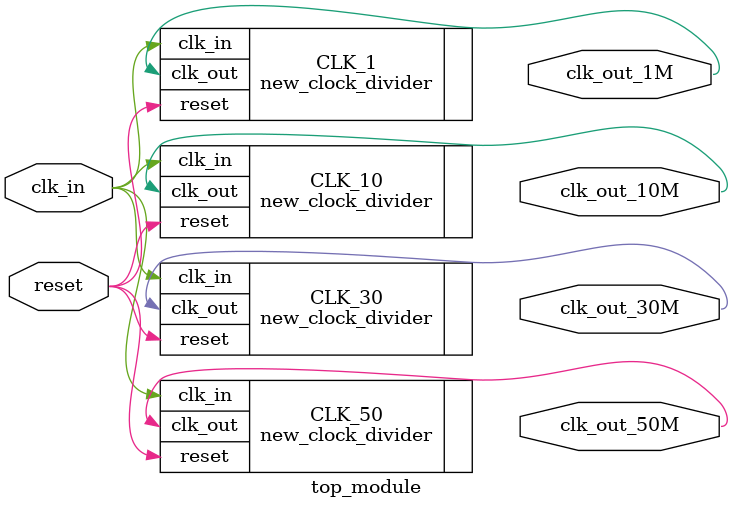
<source format=sv>
`timescale 1ns / 1ps

module top_module(
    input logic clk_in,reset,
    output logic clk_out_50M,clk_out_30M,clk_out_10M,clk_out_1M
    );
    
    // CLK_out = 50MHz / COUNTER_MAX = (100MHz / 2 * 50MHz) = 1
    new_clock_divider #(
    .FIn(100),
    .FOut(50)
    ) CLK_50 (
        .clk_in(clk_in),
        .reset(reset),
        .clk_out(clk_out_50M)
    );
    
    // CLK_out = 30MHz / COUNTER_MAX = (100MHz / 2 * 30MHz) = 1.6 ~ 2
    new_clock_divider #(
    .FIn(100),
    .FOut(25)
    ) CLK_30 (
        .clk_in(clk_in),
        .reset(reset),
        .clk_out(clk_out_30M)
    );
    
    // CLK_out = 10MHz / COUNTER_MAX = (100MHz / 2 * 10MHz) = 5
    new_clock_divider #(
    .FIn(100),
    .FOut(10)
    ) CLK_10 (
        .clk_in(clk_in),
        .reset(reset),
        .clk_out(clk_out_10M)
    );
    
    
    // CLK_out = 1MHz  / COUNTER_MAX = (100MHz / 2 * 1MHz)  = 50    
    new_clock_divider #(
    .FIn(100),
    .FOut(1)
    ) CLK_1 (
        .clk_in(clk_in),
        .reset(reset),
        .clk_out(clk_out_1M)
    );    
    
    
    /*
    // CLK_out = 50MHz / COUNTER_MAX = (100MHz / 2 * 50MHz) = 1
    clock_divider #(.COUNTER_MAX(1)
    ) CLK_50 (
        .clk_in(clk_in),
        .reset(reset),
        .clk_out(clk_out_50M)
    );
    
    // CLK_out = 30MHz / COUNTER_MAX = (100MHz / 2 * 30MHz) = 1.6 ~ 2
    clock_divider #(.COUNTER_MAX(2)
    ) CLK_30 (
        .clk_in(clk_in),
        .reset(reset),
        .clk_out(clk_out_30M)
    );
    
    // CLK_out = 10MHz / COUNTER_MAX = (100MHz / 2 * 10MHz) = 5
    clock_divider #(.COUNTER_MAX(5)
    ) CLK_10 (
        .clk_in(clk_in),
        .reset(reset),
        .clk_out(clk_out_10M)
    );
    
    // CLK_out = 1MHz  / COUNTER_MAX = (100MHz / 2 * 1MHz)  = 50
    clock_divider #(.COUNTER_MAX(50)
    ) CLK_1 (
        .clk_in(clk_in),
        .reset(reset),
        .clk_out(clk_out_1M)
    );
    */
endmodule

</source>
